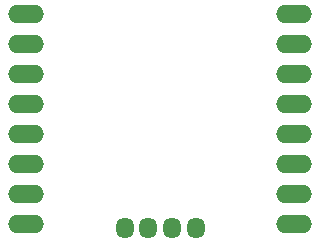
<source format=gbp>
G04 #@! TF.GenerationSoftware,KiCad,Pcbnew,(5.1.2)-1*
G04 #@! TF.CreationDate,2022-10-09T20:42:29+09:00*
G04 #@! TF.ProjectId,ble5,626c6535-2e6b-4696-9361-645f70636258,v2.1*
G04 #@! TF.SameCoordinates,Original*
G04 #@! TF.FileFunction,Paste,Bot*
G04 #@! TF.FilePolarity,Positive*
%FSLAX46Y46*%
G04 Gerber Fmt 4.6, Leading zero omitted, Abs format (unit mm)*
G04 Created by KiCad (PCBNEW (5.1.2)-1) date 2022-10-09 20:42:29*
%MOMM*%
%LPD*%
G04 APERTURE LIST*
%ADD10O,3.048000X1.524000*%
%ADD11O,1.524000X1.800000*%
G04 APERTURE END LIST*
D10*
X114300000Y-44450000D03*
X114300000Y-46990000D03*
X114300000Y-49530000D03*
X114300000Y-52070000D03*
X114300000Y-54610000D03*
X114300000Y-57150000D03*
X114300000Y-59690000D03*
X114300000Y-62230000D03*
X137050000Y-44450000D03*
X137050000Y-46990000D03*
X137050000Y-49530000D03*
X137050000Y-52070000D03*
X137050000Y-54610000D03*
X137050000Y-57150000D03*
X137050000Y-59690000D03*
X137050000Y-62230000D03*
D11*
X128700000Y-62500000D03*
X126700000Y-62500000D03*
X124700000Y-62500000D03*
X122700000Y-62500000D03*
M02*

</source>
